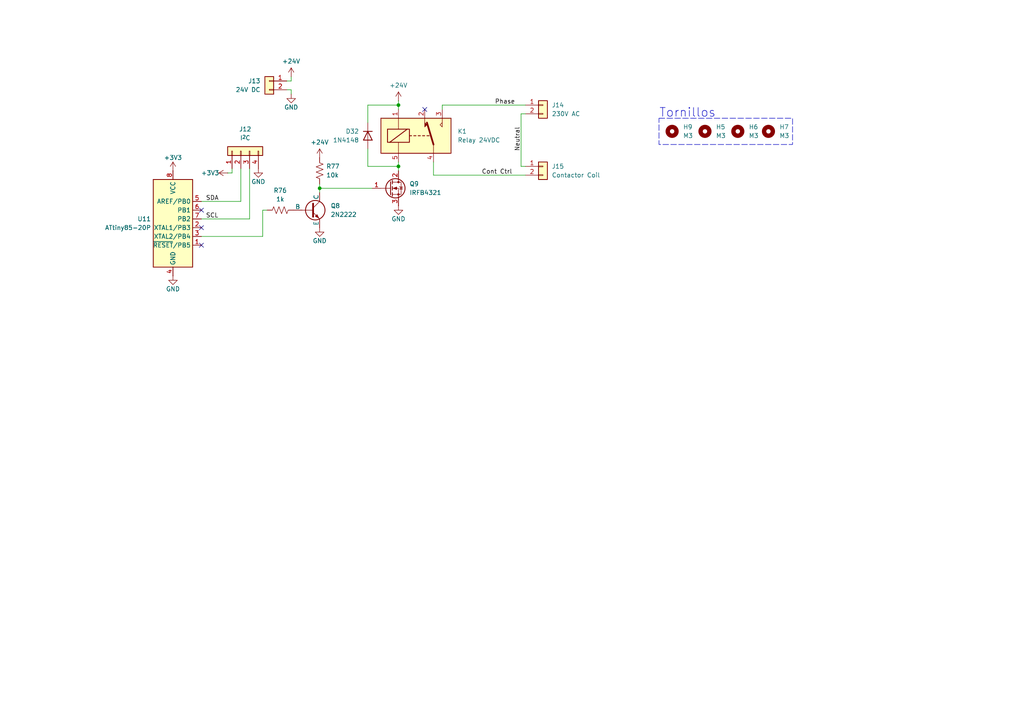
<source format=kicad_sch>
(kicad_sch (version 20250114) (generator "eeschema") (generator_version "9.0")
  (paper "A4")
  (lib_symbols
    (symbol "Connector_Generic:Conn_01x02" (pin_names (offset 1.016) (hide yes))
      (property "Reference" "J" (at 0 2.54 0))
      (property "Value" "Conn_01x02" (at 0 -5.08 0))
      (symbol "Conn_01x02_1_1"
        (rectangle (start -1.27 1.27) (end 1.27 -3.81) (stroke (width 0.254)) (fill (type background)))
        (rectangle (start -1.27 0.127) (end 0 -0.127) (stroke (width 0.1524)))
        (rectangle (start -1.27 -2.413) (end 0 -2.667) (stroke (width 0.1524)))
        (pin passive line (at -5.08 0 0) (length 3.81) (name "Pin_1") (number "1"))
        (pin passive line (at -5.08 -2.54 0) (length 3.81) (name "Pin_2") (number "2"))
      )
    )
    (symbol "Connector_Generic:Conn_01x04" (pin_names (offset 1.016) (hide yes))
      (property "Reference" "J" (at 0 5.08 0))
      (property "Value" "Conn_01x04" (at 0 -7.62 0))
      (symbol "Conn_01x04_1_1"
        (rectangle (start -1.27 3.81) (end 1.27 -6.35) (stroke (width 0.254)) (fill (type background)))
        (rectangle (start -1.27 2.667) (end 0 2.413) (stroke (width 0.1524)))
        (rectangle (start -1.27 0.127) (end 0 -0.127) (stroke (width 0.1524)))
        (rectangle (start -1.27 -2.413) (end 0 -2.667) (stroke (width 0.1524)))
        (rectangle (start -1.27 -4.953) (end 0 -5.207) (stroke (width 0.1524)))
        (pin passive line (at -5.08 2.54 0) (length 3.81) (name "Pin_1") (number "1"))
        (pin passive line (at -5.08 0 0) (length 3.81) (name "Pin_2") (number "2"))
        (pin passive line (at -5.08 -2.54 0) (length 3.81) (name "Pin_3") (number "3"))
        (pin passive line (at -5.08 -5.08 0) (length 3.81) (name "Pin_4") (number "4"))
      )
    )
    (symbol "Device:Q_NMOS_GDS" (pin_names (offset 0) (hide yes))
      (property "Reference" "Q" (at 5.08 1.27 0))
      (property "Value" "Q_NMOS_GDS" (at 5.08 -1.27 0))
      (symbol "Q_NMOS_GDS_0_1"
        (polyline (pts (xy 0.254 1.905) (xy 0.254 -1.905)) (stroke (width 0.254)))
        (polyline (pts (xy 0.254 0) (xy -2.54 0)))
        (polyline (pts (xy 0.762 2.286) (xy 0.762 1.27)) (stroke (width 0.254)))
        (polyline (pts (xy 0.762 0.508) (xy 0.762 -0.508)) (stroke (width 0.254)))
        (polyline (pts (xy 0.762 -1.27) (xy 0.762 -2.286)) (stroke (width 0.254)))
        (polyline (pts (xy 0.762 -1.778) (xy 3.302 -1.778) (xy 3.302 1.778) (xy 0.762 1.778)))
        (polyline (pts (xy 1.016 0) (xy 2.032 0.381) (xy 2.032 -0.381) (xy 1.016 0)) (fill (type outline)))
        (circle (center 1.651 0) (radius 2.794) (stroke (width 0.254)))
        (polyline (pts (xy 2.54 2.54) (xy 2.54 1.778)))
        (circle (center 2.54 1.778) (radius 0.254) (fill (type outline)))
        (circle (center 2.54 -1.778) (radius 0.254) (fill (type outline)))
        (polyline (pts (xy 2.54 -2.54) (xy 2.54 0) (xy 0.762 0)))
        (polyline (pts (xy 2.794 0.508) (xy 2.921 0.381) (xy 3.683 0.381) (xy 3.81 0.254)))
        (polyline (pts (xy 3.302 0.381) (xy 2.921 -0.254) (xy 3.683 -0.254) (xy 3.302 0.381)))
      )
      (symbol "Q_NMOS_GDS_1_1"
        (pin input line (at -5.08 0 0) (length 2.54) (name "G") (number "1"))
        (pin passive line (at 2.54 5.08 270) (length 2.54) (name "D") (number "2"))
        (pin passive line (at 2.54 -5.08 90) (length 2.54) (name "S") (number "3"))
      )
    )
    (symbol "Device:R_US" (pin_numbers (hide yes)) (pin_names (offset 0))
      (property "Reference" "R" (at 2.54 0 90))
      (property "Value" "R_US" (at -2.54 0 90))
      (symbol "R_US_0_1"
        (polyline (pts (xy 0 2.286) (xy 0 2.54)))
        (polyline (pts (xy 0 2.286) (xy 1.016 1.905) (xy 0 1.524) (xy -1.016 1.143) (xy 0 0.762)))
        (polyline (pts (xy 0 0.762) (xy 1.016 0.381) (xy 0 0) (xy -1.016 -0.381) (xy 0 -0.762)))
        (polyline (pts (xy 0 -0.762) (xy 1.016 -1.143) (xy 0 -1.524) (xy -1.016 -1.905) (xy 0 -2.286)))
        (polyline (pts (xy 0 -2.286) (xy 0 -2.54)))
      )
      (symbol "R_US_1_1"
        (pin passive line (at 0 3.81 270) (length 1.27) (name "~") (number "1"))
        (pin passive line (at 0 -3.81 90) (length 1.27) (name "~") (number "2"))
      )
    )
    (symbol "Diode:1N4148" (pin_numbers (hide yes)) (pin_names (hide yes))
      (property "Reference" "D" (at 0 2.54 0))
      (property "Value" "1N4148" (at 0 -2.54 0))
      (symbol "1N4148_0_1"
        (polyline (pts (xy -1.27 1.27) (xy -1.27 -1.27)) (stroke (width 0.254)))
        (polyline (pts (xy 1.27 1.27) (xy 1.27 -1.27) (xy -1.27 0) (xy 1.27 1.27)) (stroke (width 0.254)))
        (polyline (pts (xy 1.27 0) (xy -1.27 0)))
      )
      (symbol "1N4148_1_1"
        (pin passive line (at -3.81 0 0) (length 2.54) (name "K") (number "1"))
        (pin passive line (at 3.81 0 180) (length 2.54) (name "A") (number "2"))
      )
    )
    (symbol "MCU_Microchip_ATtiny:ATtiny85-20P"
      (property "Reference" "U11" (at -6.35 1.27 0))
      (property "Value" "ATtiny85-20P" (at -6.35 -1.27 0))
      (symbol "ATtiny85-20P_0_1"
        (rectangle (start -5.715 12.7) (end 5.715 -12.7) (stroke (width 0.254)) (fill (type background)))
      )
      (symbol "ATtiny85-20P_1_1"
        (pin power_in line (at 0 15.24 270) (length 2.54) (name "VCC") (number "8"))
        (pin power_in line (at 0 -15.24 90) (length 2.54) (name "GND") (number "4"))
        (pin bidirectional line (at 8.255 6.35 180) (length 2.54) (name "AREF/PB0") (number "5"))
        (pin bidirectional line (at 8.255 3.81 180) (length 2.54) (name "PB1") (number "6"))
        (pin bidirectional line (at 8.255 1.27 180) (length 2.54) (name "PB2") (number "7"))
        (pin bidirectional line (at 8.255 -1.27 180) (length 2.54) (name "XTAL1/PB3") (number "2"))
        (pin bidirectional line (at 8.255 -3.81 180) (length 2.54) (name "XTAL2/PB4") (number "3"))
        (pin bidirectional line (at 8.255 -6.35 180) (length 2.54) (name "~{RESET}/PB5") (number "1"))
      )
    )
    (symbol "Mechanical:MountingHole" (pin_names (offset 1.016)) (in_bom no)
      (property "Reference" "H" (at 0 5.08 0))
      (property "Value" "MountingHole" (at 0 3.175 0))
      (symbol "MountingHole_0_1"
        (circle (center 0 0) (radius 1.27) (stroke (width 1.27)))
      )
    )
    (symbol "Relay:Y14x-1C-xxDS"
      (property "Reference" "K1" (at 12.065 1.27 0))
      (property "Value" "Relay 24VDC" (at 12.065 -1.27 0))
      (symbol "Y14x-1C-xxDS_0_0"
        (polyline (pts (xy 7.62 5.08) (xy 7.62 2.54) (xy 6.985 3.175) (xy 7.62 3.81)))
      )
      (symbol "Y14x-1C-xxDS_0_1"
        (rectangle (start -10.16 5.08) (end 10.16 -5.08) (stroke (width 0.254)) (fill (type background)))
        (rectangle (start -8.255 1.905) (end -1.905 -1.905) (stroke (width 0.254)))
        (polyline (pts (xy -7.62 -1.905) (xy -2.54 1.905)) (stroke (width 0.254)))
        (polyline (pts (xy -5.08 5.08) (xy -5.08 1.905)))
        (polyline (pts (xy -5.08 -5.08) (xy -5.08 -1.905)))
        (polyline (pts (xy -1.905 0) (xy -1.27 0)) (stroke (width 0.254)))
        (polyline (pts (xy -0.635 0) (xy 0 0)) (stroke (width 0.254)))
        (polyline (pts (xy 0.635 0) (xy 1.27 0)) (stroke (width 0.254)))
        (polyline (pts (xy 1.905 0) (xy 2.54 0)) (stroke (width 0.254)))
        (polyline (pts (xy 2.54 5.08) (xy 2.54 2.54) (xy 3.175 3.175) (xy 2.54 3.81)) (fill (type outline)))
        (polyline (pts (xy 3.175 0) (xy 3.81 0)) (stroke (width 0.254)))
        (polyline (pts (xy 5.08 -2.54) (xy 3.175 3.81)) (stroke (width 0.508)))
        (polyline (pts (xy 5.08 -2.54) (xy 5.08 -5.08)))
      )
      (symbol "Y14x-1C-xxDS_1_1"
        (pin passive line (at -5.08 7.62 270) (length 2.54) (name "~") (number "1"))
        (pin passive line (at -5.08 -7.62 90) (length 2.54) (name "~") (number "5"))
        (pin passive line (at 2.54 7.62 270) (length 2.54) (name "~") (number "2"))
        (pin passive line (at 5.08 -7.62 90) (length 2.54) (name "") (number "4"))
        (pin passive line (at 7.62 7.62 270) (length 2.54) (name "~") (number "3"))
      )
    )
    (symbol "Simulation_SPICE:NPN" (pin_numbers (hide yes)) (pin_names (offset 0))
      (property "Reference" "Q" (at -2.54 7.62 0))
      (property "Value" "NPN" (at -2.54 5.08 0))
      (symbol "NPN_0_1"
        (polyline (pts (xy -2.54 0) (xy 0.635 0)) (stroke (width 0.1524)))
        (polyline (pts (xy 0.635 1.905) (xy 0.635 -1.905) (xy 0.635 -1.905)) (stroke (width 0.508)))
        (polyline (pts (xy 0.635 0.635) (xy 2.54 2.54)))
        (polyline (pts (xy 0.635 -0.635) (xy 2.54 -2.54) (xy 2.54 -2.54)))
        (circle (center 1.27 0) (radius 2.8194) (stroke (width 0.254)))
        (polyline (pts (xy 1.27 -1.778) (xy 1.778 -1.27) (xy 2.286 -2.286) (xy 1.27 -1.778) (xy 1.27 -1.778)) (fill (type outline)))
        (polyline (pts (xy 2.794 -1.27) (xy 2.794 -1.27)) (stroke (width 0.1524)))
        (polyline (pts (xy 2.794 -1.27) (xy 2.794 -1.27)) (stroke (width 0.1524)))
      )
      (symbol "NPN_1_1"
        (pin input line (at -5.08 0 0) (length 2.54) (name "B") (number "2"))
        (pin open_collector line (at 2.54 5.08 270) (length 2.54) (name "C") (number "1"))
        (pin open_emitter line (at 2.54 -5.08 90) (length 2.54) (name "E") (number "3"))
      )
    )
    (symbol "power:+24V" (power) (pin_numbers (hide yes)) (pin_names (offset 0) (hide yes))
      (property "Value" "+24V" (at 0 3.556 0))
      (symbol "+24V_0_1"
        (polyline (pts (xy -0.762 1.27) (xy 0 2.54)))
        (polyline (pts (xy 0 2.54) (xy 0.762 1.27)))
        (polyline (pts (xy 0 0) (xy 0 2.54)))
      )
      (symbol "+24V_1_1"
        (pin power_in line (at 0 0 90) (length 0) (name "~") (number "1"))
      )
    )
    (symbol "power:+3V3" (power) (pin_numbers (hide yes)) (pin_names (offset 0) (hide yes))
      (property "Value" "+3V3" (at 0 3.556 0))
      (symbol "+3V3_0_1"
        (polyline (pts (xy -0.762 1.27) (xy 0 2.54)))
        (polyline (pts (xy 0 2.54) (xy 0.762 1.27)))
        (polyline (pts (xy 0 0) (xy 0 2.54)))
      )
      (symbol "+3V3_1_1"
        (pin power_in line (at 0 0 90) (length 0) (name "~") (number "1"))
      )
    )
    (symbol "power:GND" (power) (pin_numbers (hide yes)) (pin_names (offset 0) (hide yes))
      (property "Value" "GND" (at 0 -3.81 0))
      (symbol "GND_0_1"
        (polyline (pts (xy 0 0) (xy 0 -1.27) (xy 1.27 -1.27) (xy 0 -2.54) (xy -1.27 -1.27) (xy 0 -1.27)))
      )
      (symbol "GND_1_1"
        (pin power_in line (at 0 0 270) (length 0) (name "~") (number "1"))
      )
    )
  )
  (rectangle (start 191.135 34.29) (end 229.87 41.91) (stroke (width 0) (type dash)))
  (text "Tornillos" (at 191.135 34.29 0) (effects (font (size 2.54 2.54)) (justify left bottom)))
  (junction (at 115.57 30.48))
  (junction (at 115.57 48.26))
  (junction (at 92.71 54.61))
  (no_connect (at 58.42 60.96))
  (no_connect (at 123.19 31.75))
  (no_connect (at 58.42 71.12))
  (no_connect (at 58.42 66.04))
  (wire (pts (xy 106.68 30.48) (xy 115.57 30.48)))
  (wire (pts (xy 66.04 50.165) (xy 67.31 50.165)))
  (wire (pts (xy 115.57 46.99) (xy 115.57 48.26)))
  (wire (pts (xy 69.85 48.895) (xy 69.85 58.42)))
  (wire (pts (xy 67.31 50.165) (xy 67.31 48.895)))
  (wire (pts (xy 76.2 60.96) (xy 77.47 60.96)))
  (wire (pts (xy 58.42 63.5) (xy 72.39 63.5)))
  (wire (pts (xy 84.455 22.225) (xy 84.455 23.495)))
  (wire (pts (xy 115.57 30.48) (xy 115.57 31.75)))
  (wire (pts (xy 76.2 68.58) (xy 58.42 68.58)))
  (wire (pts (xy 106.68 43.18) (xy 106.68 48.26)))
  (wire (pts (xy 84.455 27.305) (xy 84.455 26.035)))
  (wire (pts (xy 152.4 33.02) (xy 151.13 33.02)))
  (wire (pts (xy 125.73 50.8) (xy 152.4 50.8)))
  (wire (pts (xy 151.13 33.02) (xy 151.13 48.26)))
  (wire (pts (xy 152.4 30.48) (xy 128.27 30.48)))
  (wire (pts (xy 84.455 23.495) (xy 83.185 23.495)))
  (wire (pts (xy 92.71 54.61) (xy 92.71 55.88)))
  (wire (pts (xy 92.71 53.34) (xy 92.71 54.61)))
  (wire (pts (xy 115.57 29.21) (xy 115.57 30.48)))
  (wire (pts (xy 76.2 60.96) (xy 76.2 68.58)))
  (wire (pts (xy 151.13 48.26) (xy 152.4 48.26)))
  (wire (pts (xy 84.455 26.035) (xy 83.185 26.035)))
  (wire (pts (xy 106.68 30.48) (xy 106.68 35.56)))
  (wire (pts (xy 115.57 48.26) (xy 115.57 49.53)))
  (wire (pts (xy 92.71 54.61) (xy 107.95 54.61)))
  (wire (pts (xy 58.42 58.42) (xy 69.85 58.42)))
  (wire (pts (xy 128.27 30.48) (xy 128.27 31.75)))
  (wire (pts (xy 72.39 48.895) (xy 72.39 63.5)))
  (wire (pts (xy 106.68 48.26) (xy 115.57 48.26)))
  (wire (pts (xy 125.73 46.99) (xy 125.73 50.8)))
  (label "Phase" (at 143.51 30.48 0))
  (label "SCL" (at 59.69 63.5 0))
  (label "Cont Ctrl" (at 139.7 50.8 0))
  (label "Neutral" (at 151.13 43.815 90))
  (label "SDA" (at 59.69 58.42 0))
  (symbol (lib_id "power:+3V3") (at 50.165 49.53 0) (unit 1)
    (property "Reference" "#PWR0155" (effects (hide yes)))
    (property "Value" "+3V3" (at 50.165 45.72 0))
    (property "Description" "Power symbol creates a global label with name \"+3V3\"" (effects (hide yes)))
  )
  (symbol (lib_id "Mechanical:MountingHole") (at 204.47 38.1 0) (unit 1) (in_bom no)
    (property "Reference" "H5" (at 207.645 36.83 0) (effects (justify left)))
    (property "Value" "M3" (at 207.645 39.37 0) (effects (justify left)))
    (property "Footprint" "MountingHole:MountingHole_3.2mm_M3" (effects (hide yes)))
    (property "Description" "Mounting Hole without connection" (effects (hide yes)))
  )
  (symbol (lib_id "MCU_Microchip_ATtiny:ATtiny85-20P") (at 50.165 64.77 0) (unit 1)
    (property "Reference" "U11" (at 43.815 63.5 0) (effects (justify right)))
    (property "Value" "ATtiny85-20P" (at 43.815 66.04 0) (effects (justify right)))
    (property "Footprint" "Package_DIP:DIP-8_W7.62mm" (effects (hide yes)))
    (property "Datasheet" "http://ww1.microchip.com/downloads/en/DeviceDoc/atmel-2586-avr-8-bit-microcontroller-attiny25-attiny45-attiny85_datasheet.pdf" (effects (hide yes)))
    (property "Description" "20MHz, 8kB Flash, 512B SRAM, 512B EEPROM, debugWIRE, DIP-8" (effects (hide yes)))
  )
  (symbol (lib_id "Relay:Y14x-1C-xxDS") (at 120.65 39.37 0) (unit 1)
    (property "Reference" "K1" (at 132.715 38.1 0) (effects (justify left)))
    (property "Value" "Relay 24VDC" (at 132.715 40.64 0) (effects (justify left)))
    (property "Footprint" "ESC-TFG-KiCad:OMRON G2R-1" (effects (hide yes)))
    (property "Datasheet" "http://www.hsinda.com.tw/upload/file/Y14-20200430135145.pdf" (effects (hide yes)))
    (property "Description" "Hsin Da Y14-series relay, Single Pole Dual Throw" (effects (hide yes)))
  )
  (symbol (lib_id "Connector_Generic:Conn_01x02") (at 78.105 23.495 0) (mirror y) (unit 1)
    (property "Reference" "J13" (at 75.565 23.495 0) (effects (justify left)))
    (property "Value" "24V DC" (at 75.565 26.035 0) (effects (justify left)))
    (property "Footprint" "ESC-TFG-KiCad:Barrier_1x02" (effects (hide yes)))
    (property "Datasheet" "https://lcsc.com/datasheet/lcsc_datasheet_2306191717_DORABO-DBT50G-9-5-2P-BK-P-OGC_C395958.pdf" (effects (hide yes)))
    (property "Description" "C395958" (effects (hide yes)))
    (property "LCSC part" "C395958" (effects (hide yes)))
  )
  (symbol (lib_id "power:+24V") (at 84.455 22.225 0) (unit 1)
    (property "Reference" "#PWR0159" (effects (hide yes)))
    (property "Value" "+24V" (at 84.455 17.78 0))
    (property "Description" "Power symbol creates a global label with name \"+24V\"" (effects (hide yes)))
  )
  (symbol (lib_id "Device:R_US") (at 81.28 60.96 90) (unit 1)
    (property "Reference" "R76" (at 81.28 55.245 90))
    (property "Value" "1k" (at 81.28 57.785 90))
    (property "Footprint" "Resistor_THT:R_Axial_DIN0207_L6.3mm_D2.5mm_P15.24mm_Horizontal" (effects (hide yes)))
    (property "Description" "Resistor, US symbol" (effects (hide yes)))
  )
  (symbol (lib_id "Diode:1N4148") (at 106.68 39.37 270) (unit 1)
    (property "Reference" "D32" (at 104.14 38.1 90) (effects (justify right)))
    (property "Value" "1N4148" (at 104.14 40.64 90) (effects (justify right)))
    (property "Footprint" "Diode_THT:D_DO-35_SOD27_P7.62mm_Horizontal" (effects (hide yes)))
    (property "Datasheet" "https://assets.nexperia.com/documents/data-sheet/1N4148_1N4448.pdf" (effects (hide yes)))
    (property "Description" "100V 0.15A standard switching diode, DO-35" (effects (hide yes)))
    (property "Sim.Device" "D" (effects (hide yes)))
    (property "Sim.Pins" "1=K 2=A" (effects (hide yes)))
  )
  (symbol (lib_id "Simulation_SPICE:NPN") (at 90.17 60.96 0) (unit 1)
    (property "Reference" "Q8" (at 95.885 59.69 0) (effects (justify left)))
    (property "Value" "2N2222" (at 95.885 62.23 0) (effects (justify left)))
    (property "Footprint" "Package_TO_SOT_THT:TO-92_Inline" (effects (hide yes)))
    (property "Datasheet" "https://ngspice.sourceforge.io/docs/ngspice-html-manual/manual.xhtml#cha_BJTs" (effects (hide yes)))
    (property "Description" "Bipolar transistor symbol for simulation only, substrate tied to the emitter" (effects (hide yes)))
    (property "Sim.Device" "NPN" (effects (hide yes)))
    (property "Sim.Type" "GUMMELPOON" (effects (hide yes)))
    (property "Sim.Pins" "1=C 2=B 3=E" (effects (hide yes)))
  )
  (symbol (lib_id "Mechanical:MountingHole") (at 213.995 38.1 0) (unit 1) (in_bom no)
    (property "Reference" "H6" (at 217.17 36.83 0) (effects (justify left)))
    (property "Value" "M3" (at 217.17 39.37 0) (effects (justify left)))
    (property "Footprint" "MountingHole:MountingHole_3.2mm_M3" (effects (hide yes)))
    (property "Description" "Mounting Hole without connection" (effects (hide yes)))
  )
  (symbol (lib_id "power:+24V") (at 92.71 45.72 0) (unit 1)
    (property "Reference" "#PWR0161" (effects (hide yes)))
    (property "Value" "+24V" (at 92.71 41.275 0))
    (property "Description" "Power symbol creates a global label with name \"+24V\"" (effects (hide yes)))
  )
  (symbol (lib_id "Mechanical:MountingHole") (at 222.885 38.1 0) (unit 1) (in_bom no)
    (property "Reference" "H7" (at 226.06 36.83 0) (effects (justify left)))
    (property "Value" "M3" (at 226.06 39.37 0) (effects (justify left)))
    (property "Footprint" "MountingHole:MountingHole_3.2mm_M3" (effects (hide yes)))
    (property "Description" "Mounting Hole without connection" (effects (hide yes)))
  )
  (symbol (lib_id "power:+24V") (at 115.57 29.21 0) (unit 1)
    (property "Reference" "#PWR0163" (effects (hide yes)))
    (property "Value" "+24V" (at 115.57 24.765 0))
    (property "Description" "Power symbol creates a global label with name \"+24V\"" (effects (hide yes)))
  )
  (symbol (lib_id "Device:Q_NMOS_GDS") (at 113.03 54.61 0) (unit 1)
    (property "Reference" "Q9" (at 118.745 53.34 0) (effects (justify left)))
    (property "Value" "IRFB4321" (at 118.745 55.88 0) (effects (justify left)))
    (property "Footprint" "Package_TO_SOT_THT:TO-220-3_Vertical" (effects (hide yes)))
    (property "Datasheet" "https://www.infineon.com/dgdl/Infineon-IRFB4321-DataSheet-v01_01-EN.pdf?fileId=5546d462533600a4015356162af41e33" (effects (hide yes)))
    (property "Description" "N-MOSFET transistor, gate/drain/source" (effects (hide yes)))
    (property "LCSC part" " C2656" (effects (hide yes)))
  )
  (symbol (lib_id "Connector_Generic:Conn_01x04") (at 69.85 43.815 90) (unit 1)
    (property "Reference" "J12" (at 71.12 37.465 90))
    (property "Value" "I^{2}C" (at 71.12 40.005 90))
    (property "Footprint" "Connector_PinHeader_2.54mm:PinHeader_1x04_P2.54mm_Horizontal" (effects (hide yes)))
    (property "Description" "Generic connector, single row, 01x04, script generated (kicad-library-utils/schlib/autogen/connector/)" (effects (hide yes)))
  )
  (symbol (lib_id "Mechanical:MountingHole") (at 194.945 38.1 0) (unit 1) (in_bom no)
    (property "Reference" "H9" (at 198.12 36.83 0) (effects (justify left)))
    (property "Value" "M3" (at 198.12 39.37 0) (effects (justify left)))
    (property "Footprint" "MountingHole:MountingHole_3.2mm_M3" (effects (hide yes)))
    (property "Description" "Mounting Hole without connection" (effects (hide yes)))
  )
  (symbol (lib_id "Device:R_US") (at 92.71 49.53 0) (unit 1)
    (property "Reference" "R77" (at 94.615 48.26 0) (effects (justify left)))
    (property "Value" "10k" (at 94.615 50.8 0) (effects (justify left)))
    (property "Footprint" "Resistor_THT:R_Axial_DIN0207_L6.3mm_D2.5mm_P15.24mm_Horizontal" (effects (hide yes)))
    (property "Description" "Resistor, US symbol" (effects (hide yes)))
  )
  (symbol (lib_id "power:GND") (at 74.93 48.895 0) (unit 1)
    (property "Reference" "#PWR0158" (effects (hide yes)))
    (property "Value" "GND" (at 74.93 52.705 0))
    (property "Description" "Power symbol creates a global label with name \"GND\" , ground" (effects (hide yes)))
  )
  (symbol (lib_id "power:+3V3") (at 66.04 50.165 90) (unit 1)
    (property "Reference" "#PWR0157" (effects (hide yes)))
    (property "Value" "+3V3" (at 60.96 50.165 90))
    (property "Description" "Power symbol creates a global label with name \"+3V3\"" (effects (hide yes)))
  )
  (symbol (lib_id "Connector_Generic:Conn_01x02") (at 157.48 30.48 0) (unit 1)
    (property "Reference" "J14" (at 160.02 30.48 0) (effects (justify left)))
    (property "Value" "230V AC" (at 160.02 33.02 0) (effects (justify left)))
    (property "Footprint" "ESC-TFG-KiCad:Barrier_1x02" (effects (hide yes)))
    (property "Datasheet" "https://lcsc.com/datasheet/lcsc_datasheet_2306191717_DORABO-DBT50G-9-5-2P-BK-P-OGC_C395958.pdf" (effects (hide yes)))
    (property "Description" "C395958" (effects (hide yes)))
    (property "LCSC part" "C395958" (effects (hide yes)))
  )
  (symbol (lib_id "power:GND") (at 84.455 27.305 0) (unit 1)
    (property "Reference" "#PWR0160" (effects (hide yes)))
    (property "Value" "GND" (at 84.455 31.115 0))
    (property "Description" "Power symbol creates a global label with name \"GND\" , ground" (effects (hide yes)))
  )
  (symbol (lib_id "Connector_Generic:Conn_01x02") (at 157.48 48.26 0) (unit 1)
    (property "Reference" "J15" (at 160.02 48.26 0) (effects (justify left)))
    (property "Value" "Contactor Coil" (at 160.02 50.8 0) (effects (justify left)))
    (property "Footprint" "ESC-TFG-KiCad:Barrier_1x02" (effects (hide yes)))
    (property "Datasheet" "https://lcsc.com/datasheet/lcsc_datasheet_2306191717_DORABO-DBT50G-9-5-2P-BK-P-OGC_C395958.pdf" (effects (hide yes)))
    (property "Description" "C395958" (effects (hide yes)))
    (property "LCSC part" "C395958" (effects (hide yes)))
  )
  (symbol (lib_id "power:GND") (at 50.165 80.01 0) (unit 1)
    (property "Reference" "#PWR0156" (effects (hide yes)))
    (property "Value" "GND" (at 50.165 83.82 0))
    (property "Description" "Power symbol creates a global label with name \"GND\" , ground" (effects (hide yes)))
  )
  (symbol (lib_id "power:GND") (at 92.71 66.04 0) (unit 1)
    (property "Reference" "#PWR0162" (effects (hide yes)))
    (property "Value" "GND" (at 92.71 69.85 0))
    (property "Description" "Power symbol creates a global label with name \"GND\" , ground" (effects (hide yes)))
  )
  (symbol (lib_id "power:GND") (at 115.57 59.69 0) (unit 1)
    (property "Reference" "#PWR0164" (effects (hide yes)))
    (property "Value" "GND" (at 115.57 63.5 0))
    (property "Description" "Power symbol creates a global label with name \"GND\" , ground" (effects (hide yes)))
  )
)
</source>
